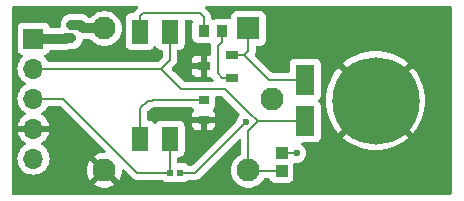
<source format=gbr>
%TF.GenerationSoftware,KiCad,Pcbnew,8.0.7*%
%TF.CreationDate,2025-03-16T23:49:03-07:00*%
%TF.ProjectId,RelaySwitchCompact,52656c61-7953-4776-9974-6368436f6d70,rev?*%
%TF.SameCoordinates,Original*%
%TF.FileFunction,Copper,L2,Bot*%
%TF.FilePolarity,Positive*%
%FSLAX46Y46*%
G04 Gerber Fmt 4.6, Leading zero omitted, Abs format (unit mm)*
G04 Created by KiCad (PCBNEW 8.0.7) date 2025-03-16 23:49:03*
%MOMM*%
%LPD*%
G01*
G04 APERTURE LIST*
G04 Aperture macros list*
%AMRoundRect*
0 Rectangle with rounded corners*
0 $1 Rounding radius*
0 $2 $3 $4 $5 $6 $7 $8 $9 X,Y pos of 4 corners*
0 Add a 4 corners polygon primitive as box body*
4,1,4,$2,$3,$4,$5,$6,$7,$8,$9,$2,$3,0*
0 Add four circle primitives for the rounded corners*
1,1,$1+$1,$2,$3*
1,1,$1+$1,$4,$5*
1,1,$1+$1,$6,$7*
1,1,$1+$1,$8,$9*
0 Add four rect primitives between the rounded corners*
20,1,$1+$1,$2,$3,$4,$5,0*
20,1,$1+$1,$4,$5,$6,$7,0*
20,1,$1+$1,$6,$7,$8,$9,0*
20,1,$1+$1,$8,$9,$2,$3,0*%
G04 Aperture macros list end*
%TA.AperFunction,SMDPad,CuDef*%
%ADD10RoundRect,0.160000X-0.160000X0.222500X-0.160000X-0.222500X0.160000X-0.222500X0.160000X0.222500X0*%
%TD*%
%TA.AperFunction,ComponentPad*%
%ADD11R,1.950000X1.950000*%
%TD*%
%TA.AperFunction,ComponentPad*%
%ADD12C,1.950000*%
%TD*%
%TA.AperFunction,ComponentPad*%
%ADD13R,1.700000X1.700000*%
%TD*%
%TA.AperFunction,ComponentPad*%
%ADD14O,1.700000X1.700000*%
%TD*%
%TA.AperFunction,SMDPad,CuDef*%
%ADD15R,1.000000X0.800000*%
%TD*%
%TA.AperFunction,SMDPad,CuDef*%
%ADD16R,1.630000X2.561400*%
%TD*%
%TA.AperFunction,SMDPad,CuDef*%
%ADD17R,0.560000X0.600000*%
%TD*%
%TA.AperFunction,SMDPad,CuDef*%
%ADD18R,1.020000X1.040000*%
%TD*%
%TA.AperFunction,SMDPad,CuDef*%
%ADD19R,0.940000X1.020000*%
%TD*%
%TA.AperFunction,SMDPad,CuDef*%
%ADD20R,0.930000X0.790000*%
%TD*%
%TA.AperFunction,SMDPad,CuDef*%
%ADD21R,1.440000X2.090000*%
%TD*%
%TA.AperFunction,ComponentPad*%
%ADD22C,7.400000*%
%TD*%
%TA.AperFunction,ViaPad*%
%ADD23C,0.500000*%
%TD*%
%TA.AperFunction,ViaPad*%
%ADD24C,0.600000*%
%TD*%
%TA.AperFunction,Conductor*%
%ADD25C,0.850000*%
%TD*%
%TA.AperFunction,Conductor*%
%ADD26C,0.200000*%
%TD*%
G04 APERTURE END LIST*
D10*
%TO.P,F1,1*%
%TO.N,Net-(F1-Pad1)*%
X155516558Y-97088046D03*
%TO.P,F1,2*%
%TO.N,/RelayIn*%
X155516558Y-98233046D03*
%TD*%
D11*
%TO.P,K1,1*%
%TO.N,Net-(U2-C)*%
X170500000Y-97400000D03*
D12*
%TO.P,K1,2*%
%TO.N,/RelayOut*%
X172500000Y-103400000D03*
%TO.P,K1,3*%
%TO.N,+5V*%
X170500000Y-109400000D03*
%TO.P,K1,4*%
%TO.N,GND*%
X158300000Y-109400000D03*
%TO.P,K1,5*%
%TO.N,Net-(F1-Pad1)*%
X158300000Y-97400000D03*
%TD*%
D13*
%TO.P,J1,1,Pin_1*%
%TO.N,/RelayIn*%
X152300000Y-98260000D03*
D14*
%TO.P,J1,2,Pin_2*%
%TO.N,+5V*%
X152300000Y-100800000D03*
%TO.P,J1,3,Pin_3*%
%TO.N,/GPIO*%
X152300000Y-103340000D03*
%TO.P,J1,4,Pin_4*%
%TO.N,GND*%
X152300000Y-105880000D03*
%TO.P,J1,5,Pin_5*%
%TO.N,/RelayOut*%
X152300000Y-108420000D03*
%TD*%
D15*
%TO.P,U2,1,C*%
%TO.N,Net-(U2-C)*%
X169100000Y-99650000D03*
%TO.P,U2,2,B*%
%TO.N,Net-(U2-B)*%
X169100000Y-101550000D03*
%TO.P,U2,3,E*%
%TO.N,GND*%
X166700000Y-100600000D03*
%TD*%
D16*
%TO.P,D1,1*%
%TO.N,+5V*%
X175300000Y-105268300D03*
%TO.P,D1,2*%
%TO.N,Net-(U2-C)*%
X175300000Y-101731700D03*
%TD*%
D17*
%TO.P,R4,1*%
%TO.N,Net-(LED2-PadA)*%
X164735000Y-109600000D03*
%TO.P,R4,2*%
%TO.N,/GPIO*%
X163865000Y-109600000D03*
%TD*%
D18*
%TO.P,R1,1*%
%TO.N,Net-(LED1-A)*%
X173300000Y-107965000D03*
%TO.P,R1,2*%
%TO.N,+5V*%
X173300000Y-109435000D03*
%TD*%
D19*
%TO.P,R2,1*%
%TO.N,Net-(R2-Pad1)*%
X166710000Y-97600000D03*
%TO.P,R2,2*%
%TO.N,Net-(U2-B)*%
X168290000Y-97600000D03*
%TD*%
D20*
%TO.P,R3,1*%
%TO.N,GND*%
X166700000Y-105120000D03*
%TO.P,R3,2*%
%TO.N,Net-(R3-Pad2)*%
X166700000Y-103480000D03*
%TD*%
D21*
%TO.P,U1,1*%
%TO.N,/GPIO*%
X163870000Y-106740000D03*
%TO.P,U1,2*%
%TO.N,Net-(R3-Pad2)*%
X161330000Y-106740000D03*
%TO.P,U1,3*%
%TO.N,Net-(R2-Pad1)*%
X161330000Y-97660000D03*
%TO.P,U1,4*%
%TO.N,+5V*%
X163870000Y-97660000D03*
%TD*%
D22*
%TO.P,H1,1,1*%
%TO.N,GND*%
X181260000Y-103500000D03*
%TD*%
D23*
%TO.N,GND*%
X165500000Y-99300000D03*
X165500000Y-101200000D03*
X165500000Y-97500000D03*
X165500000Y-107300000D03*
X165500000Y-105100000D03*
X168100000Y-105100000D03*
D24*
%TO.N,Net-(LED1-A)*%
X174600000Y-107965000D03*
%TO.N,Net-(LED2-PadA)*%
X170300000Y-105300000D03*
%TD*%
D25*
%TO.N,/RelayIn*%
X155069454Y-98233046D02*
X155042500Y-98260000D01*
X155042500Y-98260000D02*
X152300000Y-98260000D01*
%TO.N,Net-(F1-Pad1)*%
X156214454Y-97088046D02*
X156526408Y-97400000D01*
X156526408Y-97400000D02*
X158300000Y-97400000D01*
X156214454Y-97088046D02*
X155516558Y-97088046D01*
%TO.N,/RelayIn*%
X155069454Y-98233046D02*
X155516558Y-98233046D01*
D26*
%TO.N,Net-(U2-C)*%
X170150000Y-99650000D02*
X170500000Y-99300000D01*
X170150000Y-99650000D02*
X172231700Y-101731700D01*
X169100000Y-99650000D02*
X170150000Y-99650000D01*
X172231700Y-101731700D02*
X175300000Y-101731700D01*
X170500000Y-99300000D02*
X170500000Y-97400000D01*
%TO.N,/GPIO*%
X163870000Y-106970000D02*
X163865000Y-106975000D01*
X152300000Y-103340000D02*
X154840000Y-103340000D01*
X154840000Y-103340000D02*
X161100000Y-109600000D01*
X161100000Y-109600000D02*
X163865000Y-109600000D01*
X163865000Y-106975000D02*
X163865000Y-109600000D01*
X163870000Y-106740000D02*
X163870000Y-106970000D01*
%TO.N,Net-(U2-B)*%
X168290000Y-97600000D02*
X168290000Y-98510000D01*
X167900000Y-98900000D02*
X167900000Y-101200000D01*
X168250000Y-101550000D02*
X169100000Y-101550000D01*
X168290000Y-98510000D02*
X167900000Y-98900000D01*
X167900000Y-101200000D02*
X168250000Y-101550000D01*
%TO.N,Net-(R3-Pad2)*%
X161330000Y-106740000D02*
X161330000Y-104170000D01*
X162320000Y-103480000D02*
X166700000Y-103480000D01*
X166770000Y-103480000D02*
X166700000Y-103480000D01*
X162300000Y-103500000D02*
X162320000Y-103480000D01*
X162000000Y-103500000D02*
X162300000Y-103500000D01*
X161330000Y-104170000D02*
X162000000Y-103500000D01*
%TO.N,+5V*%
X170500000Y-104500000D02*
X171268300Y-105268300D01*
X170500000Y-106036600D02*
X170500000Y-109400000D01*
X170650000Y-109450000D02*
X170500000Y-109450000D01*
X173300000Y-109435000D02*
X170535000Y-109435000D01*
X171268300Y-105268300D02*
X170500000Y-106036600D01*
X152300000Y-100800000D02*
X163100000Y-100800000D01*
X171268300Y-105268300D02*
X175300000Y-105268300D01*
X170535000Y-109435000D02*
X170500000Y-109400000D01*
X163100000Y-100800000D02*
X164800000Y-102500000D01*
X163100000Y-100800000D02*
X163870000Y-100030000D01*
X168500000Y-102500000D02*
X170500000Y-104500000D01*
X163870000Y-100030000D02*
X163870000Y-97660000D01*
X164800000Y-102500000D02*
X168500000Y-102500000D01*
%TO.N,Net-(LED1-A)*%
X174600000Y-107965000D02*
X173300000Y-107965000D01*
%TO.N,Net-(LED2-PadA)*%
X166000000Y-109600000D02*
X170300000Y-105300000D01*
X164735000Y-109600000D02*
X166000000Y-109600000D01*
%TO.N,Net-(R2-Pad1)*%
X166400000Y-96100000D02*
X166710000Y-96410000D01*
X161600000Y-96100000D02*
X166400000Y-96100000D01*
X161330000Y-97660000D02*
X161330000Y-96370000D01*
X161330000Y-96370000D02*
X161600000Y-96100000D01*
X166710000Y-96410000D02*
X166710000Y-97600000D01*
%TO.N,Net-(F1-Pad1)*%
X157813500Y-96963500D02*
X158300000Y-97450000D01*
%TD*%
%TA.AperFunction,Conductor*%
%TO.N,GND*%
G36*
X161117941Y-95520185D02*
G01*
X161163696Y-95572989D01*
X161173640Y-95642147D01*
X161144615Y-95705703D01*
X161138583Y-95712181D01*
X160849481Y-96001282D01*
X160849477Y-96001287D01*
X160819910Y-96052500D01*
X160769343Y-96100716D01*
X160712524Y-96114500D01*
X160562130Y-96114500D01*
X160562123Y-96114501D01*
X160502516Y-96120908D01*
X160367671Y-96171202D01*
X160367664Y-96171206D01*
X160252455Y-96257452D01*
X160252452Y-96257455D01*
X160166206Y-96372664D01*
X160166202Y-96372671D01*
X160115908Y-96507517D01*
X160109501Y-96567116D01*
X160109500Y-96567135D01*
X160109500Y-98752870D01*
X160109501Y-98752876D01*
X160115908Y-98812483D01*
X160166202Y-98947328D01*
X160166206Y-98947335D01*
X160252452Y-99062544D01*
X160252455Y-99062547D01*
X160367664Y-99148793D01*
X160367671Y-99148797D01*
X160502517Y-99199091D01*
X160502516Y-99199091D01*
X160509444Y-99199835D01*
X160562127Y-99205500D01*
X162097872Y-99205499D01*
X162157483Y-99199091D01*
X162292331Y-99148796D01*
X162407546Y-99062546D01*
X162454743Y-98999499D01*
X162499112Y-98940231D01*
X162501382Y-98941930D01*
X162540565Y-98902743D01*
X162608837Y-98887886D01*
X162674303Y-98912298D01*
X162699443Y-98941311D01*
X162700888Y-98940231D01*
X162792452Y-99062544D01*
X162792455Y-99062547D01*
X162907664Y-99148793D01*
X162907671Y-99148797D01*
X162933810Y-99158546D01*
X163042517Y-99199091D01*
X163102127Y-99205500D01*
X163145499Y-99205499D01*
X163212537Y-99225182D01*
X163258293Y-99277985D01*
X163269500Y-99329499D01*
X163269500Y-99729903D01*
X163249815Y-99796942D01*
X163233181Y-99817584D01*
X162887584Y-100163181D01*
X162826261Y-100196666D01*
X162799903Y-100199500D01*
X153589091Y-100199500D01*
X153522052Y-100179815D01*
X153476711Y-100127909D01*
X153474037Y-100122175D01*
X153474034Y-100122170D01*
X153474033Y-100122169D01*
X153338495Y-99928599D01*
X153216567Y-99806671D01*
X153183084Y-99745351D01*
X153188068Y-99675659D01*
X153229939Y-99619725D01*
X153260915Y-99602810D01*
X153392331Y-99553796D01*
X153507546Y-99467546D01*
X153593796Y-99352331D01*
X153607651Y-99315185D01*
X153625934Y-99266166D01*
X153667806Y-99210233D01*
X153733270Y-99185816D01*
X153742116Y-99185500D01*
X155133656Y-99185500D01*
X155257178Y-99160929D01*
X155281370Y-99158546D01*
X155607714Y-99158546D01*
X155728003Y-99134618D01*
X155786516Y-99122979D01*
X155877565Y-99085264D01*
X155888094Y-99081452D01*
X155949627Y-99062279D01*
X156070748Y-98989059D01*
X156086887Y-98979303D01*
X156086888Y-98979302D01*
X156086887Y-98979302D01*
X156086893Y-98979299D01*
X156200311Y-98865881D01*
X156204343Y-98859210D01*
X156222775Y-98835682D01*
X156235441Y-98823018D01*
X156235446Y-98823011D01*
X156336724Y-98671437D01*
X156336726Y-98671433D01*
X156385452Y-98553796D01*
X156406491Y-98503004D01*
X156414849Y-98460981D01*
X156421946Y-98425310D01*
X156454331Y-98363399D01*
X156515047Y-98328824D01*
X156543563Y-98325501D01*
X156623676Y-98325501D01*
X156623696Y-98325500D01*
X157092083Y-98325500D01*
X157159122Y-98345185D01*
X157183312Y-98365517D01*
X157297242Y-98489277D01*
X157297252Y-98489286D01*
X157490208Y-98639470D01*
X157490212Y-98639473D01*
X157662197Y-98732547D01*
X157705267Y-98755855D01*
X157705270Y-98755856D01*
X157936541Y-98835251D01*
X157936543Y-98835251D01*
X157936545Y-98835252D01*
X158177737Y-98875500D01*
X158177738Y-98875500D01*
X158422262Y-98875500D01*
X158422263Y-98875500D01*
X158663455Y-98835252D01*
X158894733Y-98755855D01*
X159109788Y-98639473D01*
X159302754Y-98489281D01*
X159468368Y-98309377D01*
X159602111Y-98104667D01*
X159700336Y-97880736D01*
X159760364Y-97643692D01*
X159780557Y-97400000D01*
X159777419Y-97362135D01*
X159760365Y-97156316D01*
X159760363Y-97156304D01*
X159731449Y-97042127D01*
X159700336Y-96919264D01*
X159602111Y-96695333D01*
X159542763Y-96604493D01*
X159468367Y-96490621D01*
X159302757Y-96310722D01*
X159302747Y-96310713D01*
X159109791Y-96160529D01*
X159109787Y-96160526D01*
X158894734Y-96044145D01*
X158894729Y-96044143D01*
X158663458Y-95964748D01*
X158452094Y-95929478D01*
X158422263Y-95924500D01*
X158177737Y-95924500D01*
X158147906Y-95929478D01*
X157936541Y-95964748D01*
X157705270Y-96044143D01*
X157705265Y-96044145D01*
X157490212Y-96160526D01*
X157490208Y-96160529D01*
X157297252Y-96310713D01*
X157297242Y-96310722D01*
X157183312Y-96434483D01*
X157123425Y-96470474D01*
X157092083Y-96474500D01*
X156961125Y-96474500D01*
X156894086Y-96454815D01*
X156873448Y-96438185D01*
X156804426Y-96369163D01*
X156804425Y-96369162D01*
X156804423Y-96369160D01*
X156804421Y-96369159D01*
X156652845Y-96267879D01*
X156652841Y-96267877D01*
X156484416Y-96198114D01*
X156484406Y-96198111D01*
X156305610Y-96162546D01*
X156305608Y-96162546D01*
X155425404Y-96162546D01*
X155425402Y-96162546D01*
X155246601Y-96198112D01*
X155246594Y-96198114D01*
X155155560Y-96235820D01*
X155145003Y-96239643D01*
X155083489Y-96258812D01*
X155083487Y-96258813D01*
X154946228Y-96341788D01*
X154946223Y-96341792D01*
X154832807Y-96455208D01*
X154832803Y-96455213D01*
X154828770Y-96461885D01*
X154810341Y-96485406D01*
X154805880Y-96489867D01*
X154797674Y-96498074D01*
X154797674Y-96498075D01*
X154696389Y-96649659D01*
X154626626Y-96818083D01*
X154626623Y-96818093D01*
X154591058Y-96996889D01*
X154591058Y-96996892D01*
X154591058Y-97179200D01*
X154591058Y-97179202D01*
X154591057Y-97179202D01*
X154592472Y-97186312D01*
X154586243Y-97255904D01*
X154543378Y-97311080D01*
X154477488Y-97334322D01*
X154470854Y-97334500D01*
X153742115Y-97334500D01*
X153675076Y-97314815D01*
X153629321Y-97262011D01*
X153625933Y-97253833D01*
X153593797Y-97167671D01*
X153593793Y-97167664D01*
X153507547Y-97052455D01*
X153507544Y-97052452D01*
X153392335Y-96966206D01*
X153392328Y-96966202D01*
X153257482Y-96915908D01*
X153257483Y-96915908D01*
X153197883Y-96909501D01*
X153197881Y-96909500D01*
X153197873Y-96909500D01*
X153197864Y-96909500D01*
X151402129Y-96909500D01*
X151402123Y-96909501D01*
X151342516Y-96915908D01*
X151207671Y-96966202D01*
X151207664Y-96966206D01*
X151092455Y-97052452D01*
X151092452Y-97052455D01*
X151006206Y-97167664D01*
X151006202Y-97167671D01*
X150955908Y-97302517D01*
X150949501Y-97362116D01*
X150949500Y-97362135D01*
X150949500Y-99157870D01*
X150949501Y-99157876D01*
X150955908Y-99217483D01*
X151006202Y-99352328D01*
X151006206Y-99352335D01*
X151092452Y-99467544D01*
X151092455Y-99467547D01*
X151207664Y-99553793D01*
X151207671Y-99553797D01*
X151339081Y-99602810D01*
X151395015Y-99644681D01*
X151419432Y-99710145D01*
X151404580Y-99778418D01*
X151383430Y-99806673D01*
X151261503Y-99928600D01*
X151125965Y-100122169D01*
X151125964Y-100122171D01*
X151026098Y-100336335D01*
X151026094Y-100336344D01*
X150964938Y-100564586D01*
X150964936Y-100564596D01*
X150944341Y-100799999D01*
X150944341Y-100800000D01*
X150964936Y-101035403D01*
X150964938Y-101035413D01*
X151026094Y-101263655D01*
X151026096Y-101263659D01*
X151026097Y-101263663D01*
X151098839Y-101419658D01*
X151125965Y-101477830D01*
X151125967Y-101477834D01*
X151261501Y-101671395D01*
X151261506Y-101671402D01*
X151428597Y-101838493D01*
X151428603Y-101838498D01*
X151614158Y-101968425D01*
X151657783Y-102023002D01*
X151664977Y-102092500D01*
X151633454Y-102154855D01*
X151614158Y-102171575D01*
X151428597Y-102301505D01*
X151261505Y-102468597D01*
X151125965Y-102662169D01*
X151125964Y-102662171D01*
X151026098Y-102876335D01*
X151026094Y-102876344D01*
X150964938Y-103104586D01*
X150964936Y-103104596D01*
X150944341Y-103339999D01*
X150944341Y-103340000D01*
X150964936Y-103575403D01*
X150964938Y-103575413D01*
X151026094Y-103803655D01*
X151026096Y-103803659D01*
X151026097Y-103803663D01*
X151098839Y-103959658D01*
X151125965Y-104017830D01*
X151125967Y-104017834D01*
X151261501Y-104211395D01*
X151261506Y-104211402D01*
X151428597Y-104378493D01*
X151428603Y-104378498D01*
X151486068Y-104418735D01*
X151577720Y-104482911D01*
X151614594Y-104508730D01*
X151658219Y-104563307D01*
X151665413Y-104632805D01*
X151633890Y-104695160D01*
X151614595Y-104711880D01*
X151428922Y-104841890D01*
X151428920Y-104841891D01*
X151261891Y-105008920D01*
X151261886Y-105008926D01*
X151126400Y-105202420D01*
X151126399Y-105202422D01*
X151026570Y-105416507D01*
X151026567Y-105416513D01*
X150969364Y-105629999D01*
X150969364Y-105630000D01*
X151866988Y-105630000D01*
X151834075Y-105687007D01*
X151800000Y-105814174D01*
X151800000Y-105945826D01*
X151834075Y-106072993D01*
X151866988Y-106130000D01*
X150969364Y-106130000D01*
X151026567Y-106343486D01*
X151026570Y-106343492D01*
X151126399Y-106557578D01*
X151261894Y-106751082D01*
X151428917Y-106918105D01*
X151614595Y-107048119D01*
X151658219Y-107102696D01*
X151665412Y-107172195D01*
X151633890Y-107234549D01*
X151614595Y-107251269D01*
X151428594Y-107381508D01*
X151261505Y-107548597D01*
X151125965Y-107742169D01*
X151125964Y-107742171D01*
X151026098Y-107956335D01*
X151026094Y-107956344D01*
X150964938Y-108184586D01*
X150964936Y-108184596D01*
X150944341Y-108419999D01*
X150944341Y-108420000D01*
X150964936Y-108655403D01*
X150964938Y-108655413D01*
X151026094Y-108883655D01*
X151026096Y-108883659D01*
X151026097Y-108883663D01*
X151080113Y-108999500D01*
X151125965Y-109097830D01*
X151125967Y-109097834D01*
X151204789Y-109210402D01*
X151261505Y-109291401D01*
X151428599Y-109458495D01*
X151525384Y-109526265D01*
X151622165Y-109594032D01*
X151622167Y-109594033D01*
X151622170Y-109594035D01*
X151836337Y-109693903D01*
X152064592Y-109755063D01*
X152252918Y-109771539D01*
X152299999Y-109775659D01*
X152300000Y-109775659D01*
X152300001Y-109775659D01*
X152339234Y-109772226D01*
X152535408Y-109755063D01*
X152763663Y-109693903D01*
X152977830Y-109594035D01*
X153171401Y-109458495D01*
X153338495Y-109291401D01*
X153474035Y-109097830D01*
X153573903Y-108883663D01*
X153635063Y-108655408D01*
X153655659Y-108420000D01*
X153635063Y-108184592D01*
X153573903Y-107956337D01*
X153474035Y-107742171D01*
X153433874Y-107684814D01*
X153338494Y-107548597D01*
X153171402Y-107381506D01*
X153171401Y-107381505D01*
X152985405Y-107251269D01*
X152941781Y-107196692D01*
X152934588Y-107127193D01*
X152966110Y-107064839D01*
X152985405Y-107048119D01*
X153171082Y-106918105D01*
X153338105Y-106751082D01*
X153473600Y-106557578D01*
X153573429Y-106343492D01*
X153573432Y-106343486D01*
X153630636Y-106130000D01*
X152733012Y-106130000D01*
X152765925Y-106072993D01*
X152800000Y-105945826D01*
X152800000Y-105814174D01*
X152765925Y-105687007D01*
X152733012Y-105630000D01*
X153630636Y-105630000D01*
X153630635Y-105629999D01*
X153573432Y-105416513D01*
X153573429Y-105416507D01*
X153473600Y-105202422D01*
X153473599Y-105202420D01*
X153338113Y-105008926D01*
X153338108Y-105008920D01*
X153171078Y-104841890D01*
X152985405Y-104711879D01*
X152941780Y-104657302D01*
X152934588Y-104587804D01*
X152966110Y-104525449D01*
X152985406Y-104508730D01*
X153013182Y-104489281D01*
X153171401Y-104378495D01*
X153338495Y-104211401D01*
X153474035Y-104017830D01*
X153476707Y-104012097D01*
X153522878Y-103959658D01*
X153589091Y-103940500D01*
X154539903Y-103940500D01*
X154606942Y-103960185D01*
X154627584Y-103976819D01*
X158364084Y-107713319D01*
X158397569Y-107774642D01*
X158392585Y-107844334D01*
X158350713Y-107900267D01*
X158285249Y-107924684D01*
X158276403Y-107925000D01*
X158177779Y-107925000D01*
X157936664Y-107965234D01*
X157705476Y-108044602D01*
X157705468Y-108044605D01*
X157490484Y-108160949D01*
X157490478Y-108160953D01*
X157447758Y-108194203D01*
X157447758Y-108194205D01*
X158052511Y-108798958D01*
X157992110Y-108823978D01*
X157885649Y-108895112D01*
X157795112Y-108985649D01*
X157723978Y-109092110D01*
X157698958Y-109152511D01*
X157094626Y-108548178D01*
X156998329Y-108695572D01*
X156900138Y-108919426D01*
X156840130Y-109156394D01*
X156819945Y-109399994D01*
X156819945Y-109400005D01*
X156840130Y-109643605D01*
X156900138Y-109880573D01*
X156998328Y-110104424D01*
X157094626Y-110251820D01*
X157698958Y-109647488D01*
X157723978Y-109707890D01*
X157795112Y-109814351D01*
X157885649Y-109904888D01*
X157992110Y-109976022D01*
X158052510Y-110001041D01*
X157447757Y-110605793D01*
X157447758Y-110605794D01*
X157490485Y-110639050D01*
X157490485Y-110639051D01*
X157705468Y-110755394D01*
X157705476Y-110755397D01*
X157936664Y-110834765D01*
X158177779Y-110875000D01*
X158422221Y-110875000D01*
X158663335Y-110834765D01*
X158894523Y-110755397D01*
X158894531Y-110755394D01*
X159109515Y-110639050D01*
X159109516Y-110639048D01*
X159152240Y-110605794D01*
X159152241Y-110605793D01*
X158547488Y-110001041D01*
X158607890Y-109976022D01*
X158714351Y-109904888D01*
X158804888Y-109814351D01*
X158876022Y-109707890D01*
X158901041Y-109647488D01*
X159505372Y-110251820D01*
X159601669Y-110104429D01*
X159699861Y-109880573D01*
X159759868Y-109643611D01*
X159778677Y-109416612D01*
X159803831Y-109351427D01*
X159860232Y-109310188D01*
X159929976Y-109305990D01*
X159989935Y-109339170D01*
X160615139Y-109964374D01*
X160615149Y-109964385D01*
X160619479Y-109968715D01*
X160619480Y-109968716D01*
X160731284Y-110080520D01*
X160773109Y-110104667D01*
X160818095Y-110130639D01*
X160818097Y-110130641D01*
X160856151Y-110152611D01*
X160868215Y-110159577D01*
X161020943Y-110200501D01*
X161020946Y-110200501D01*
X161186653Y-110200501D01*
X161186669Y-110200500D01*
X163122680Y-110200500D01*
X163189719Y-110220185D01*
X163221948Y-110250191D01*
X163227454Y-110257546D01*
X163227457Y-110257548D01*
X163342664Y-110343793D01*
X163342671Y-110343797D01*
X163387618Y-110360561D01*
X163477517Y-110394091D01*
X163537127Y-110400500D01*
X164192872Y-110400499D01*
X164252483Y-110394091D01*
X164256663Y-110392531D01*
X164326352Y-110387545D01*
X164343323Y-110392526D01*
X164347517Y-110394091D01*
X164407127Y-110400500D01*
X165062872Y-110400499D01*
X165122483Y-110394091D01*
X165257331Y-110343796D01*
X165372546Y-110257546D01*
X165378052Y-110250191D01*
X165433985Y-110208319D01*
X165477320Y-110200500D01*
X165913331Y-110200500D01*
X165913347Y-110200501D01*
X165920943Y-110200501D01*
X166079054Y-110200501D01*
X166079057Y-110200501D01*
X166231785Y-110159577D01*
X166281904Y-110130639D01*
X166368716Y-110080520D01*
X166480520Y-109968716D01*
X166480520Y-109968714D01*
X166490728Y-109958507D01*
X166490729Y-109958504D01*
X169687821Y-106761413D01*
X169749142Y-106727930D01*
X169818834Y-106732914D01*
X169874767Y-106774786D01*
X169899184Y-106840250D01*
X169899500Y-106849096D01*
X169899500Y-107973376D01*
X169879815Y-108040415D01*
X169834519Y-108082430D01*
X169690217Y-108160523D01*
X169690208Y-108160529D01*
X169497252Y-108310713D01*
X169497242Y-108310722D01*
X169331632Y-108490621D01*
X169197888Y-108695333D01*
X169099663Y-108919265D01*
X169039636Y-109156304D01*
X169039634Y-109156316D01*
X169019443Y-109399994D01*
X169019443Y-109400005D01*
X169039634Y-109643683D01*
X169039636Y-109643695D01*
X169099663Y-109880734D01*
X169197888Y-110104666D01*
X169331632Y-110309378D01*
X169497242Y-110489277D01*
X169497252Y-110489286D01*
X169689670Y-110639051D01*
X169690212Y-110639473D01*
X169905267Y-110755855D01*
X169905270Y-110755856D01*
X170136541Y-110835251D01*
X170136543Y-110835251D01*
X170136545Y-110835252D01*
X170377737Y-110875500D01*
X170377738Y-110875500D01*
X170622262Y-110875500D01*
X170622263Y-110875500D01*
X170863455Y-110835252D01*
X171094733Y-110755855D01*
X171309788Y-110639473D01*
X171502754Y-110489281D01*
X171668368Y-110309377D01*
X171802111Y-110104667D01*
X171802112Y-110104662D01*
X171804373Y-110100487D01*
X171853590Y-110050895D01*
X171913430Y-110035500D01*
X172199750Y-110035500D01*
X172266789Y-110055185D01*
X172312544Y-110107989D01*
X172315932Y-110116168D01*
X172346201Y-110197326D01*
X172346206Y-110197335D01*
X172432452Y-110312544D01*
X172432455Y-110312547D01*
X172547664Y-110398793D01*
X172547671Y-110398797D01*
X172682517Y-110449091D01*
X172682516Y-110449091D01*
X172689444Y-110449835D01*
X172742127Y-110455500D01*
X173857872Y-110455499D01*
X173917483Y-110449091D01*
X174052331Y-110398796D01*
X174167546Y-110312546D01*
X174253796Y-110197331D01*
X174304091Y-110062483D01*
X174310500Y-110002873D01*
X174310499Y-108876701D01*
X174330184Y-108809663D01*
X174382987Y-108763908D01*
X174448383Y-108753482D01*
X174599997Y-108770565D01*
X174600000Y-108770565D01*
X174600004Y-108770565D01*
X174779249Y-108750369D01*
X174779252Y-108750368D01*
X174779255Y-108750368D01*
X174949522Y-108690789D01*
X175102262Y-108594816D01*
X175229816Y-108467262D01*
X175325789Y-108314522D01*
X175385368Y-108144255D01*
X175385369Y-108144249D01*
X175405565Y-107965003D01*
X175405565Y-107964996D01*
X175385369Y-107785750D01*
X175385368Y-107785745D01*
X175325788Y-107615476D01*
X175229815Y-107462737D01*
X175102262Y-107335184D01*
X175012039Y-107278493D01*
X174965748Y-107226158D01*
X174955100Y-107157104D01*
X174983475Y-107093256D01*
X175041865Y-107054884D01*
X175078006Y-107049499D01*
X176162872Y-107049499D01*
X176222483Y-107043091D01*
X176357331Y-106992796D01*
X176472546Y-106906546D01*
X176558796Y-106791331D01*
X176609091Y-106656483D01*
X176615500Y-106596873D01*
X176615499Y-103939728D01*
X176609091Y-103880117D01*
X176599183Y-103853553D01*
X176558797Y-103745271D01*
X176558793Y-103745264D01*
X176507123Y-103676243D01*
X176472546Y-103630054D01*
X176431417Y-103599265D01*
X176389548Y-103543333D01*
X176386449Y-103500000D01*
X177054935Y-103500000D01*
X177075185Y-103912176D01*
X177135735Y-104320373D01*
X177236007Y-104720676D01*
X177375019Y-105109189D01*
X177375027Y-105109209D01*
X177551466Y-105482257D01*
X177763614Y-105836206D01*
X178009441Y-106167664D01*
X178118478Y-106287967D01*
X179787060Y-104619384D01*
X179866112Y-104722407D01*
X180037593Y-104893888D01*
X180140613Y-104972938D01*
X178472031Y-106641520D01*
X178592335Y-106750558D01*
X178923793Y-106996385D01*
X179277742Y-107208533D01*
X179650790Y-107384972D01*
X179650810Y-107384980D01*
X180039323Y-107523992D01*
X180439626Y-107624264D01*
X180847823Y-107684814D01*
X181260000Y-107705064D01*
X181672176Y-107684814D01*
X182080373Y-107624264D01*
X182480676Y-107523992D01*
X182869189Y-107384980D01*
X182869209Y-107384972D01*
X183242257Y-107208533D01*
X183596206Y-106996385D01*
X183927670Y-106750554D01*
X184047967Y-106641521D01*
X184047967Y-106641519D01*
X182379385Y-104972938D01*
X182482407Y-104893888D01*
X182653888Y-104722407D01*
X182732938Y-104619385D01*
X184401519Y-106287967D01*
X184401521Y-106287967D01*
X184510554Y-106167670D01*
X184756385Y-105836206D01*
X184968533Y-105482257D01*
X185144972Y-105109209D01*
X185144980Y-105109189D01*
X185283992Y-104720676D01*
X185384264Y-104320373D01*
X185444814Y-103912176D01*
X185465064Y-103500000D01*
X185444814Y-103087823D01*
X185384264Y-102679626D01*
X185283992Y-102279323D01*
X185144980Y-101890810D01*
X185144972Y-101890790D01*
X184968533Y-101517742D01*
X184756385Y-101163793D01*
X184510558Y-100832335D01*
X184401520Y-100712031D01*
X182732938Y-102380613D01*
X182653888Y-102277593D01*
X182482407Y-102106112D01*
X182379384Y-102027060D01*
X184047967Y-100358478D01*
X183927664Y-100249441D01*
X183596206Y-100003614D01*
X183242257Y-99791466D01*
X182869209Y-99615027D01*
X182869189Y-99615019D01*
X182480676Y-99476007D01*
X182080373Y-99375735D01*
X181672176Y-99315185D01*
X181260000Y-99294935D01*
X180847823Y-99315185D01*
X180439626Y-99375735D01*
X180039323Y-99476007D01*
X179650810Y-99615019D01*
X179650790Y-99615027D01*
X179277742Y-99791466D01*
X178923793Y-100003614D01*
X178592329Y-100249445D01*
X178472031Y-100358477D01*
X178472031Y-100358478D01*
X180140614Y-102027061D01*
X180037593Y-102106112D01*
X179866112Y-102277593D01*
X179787061Y-102380614D01*
X178118478Y-100712031D01*
X178118477Y-100712031D01*
X178009445Y-100832329D01*
X177763614Y-101163793D01*
X177551466Y-101517742D01*
X177375027Y-101890790D01*
X177375019Y-101890810D01*
X177236007Y-102279323D01*
X177135735Y-102679626D01*
X177075185Y-103087823D01*
X177054935Y-103500000D01*
X176386449Y-103500000D01*
X176384564Y-103473641D01*
X176418049Y-103412318D01*
X176431413Y-103400738D01*
X176472546Y-103369946D01*
X176558796Y-103254731D01*
X176609091Y-103119883D01*
X176615500Y-103060273D01*
X176615499Y-100403128D01*
X176609091Y-100343517D01*
X176606412Y-100336335D01*
X176558797Y-100208671D01*
X176558793Y-100208664D01*
X176472547Y-100093455D01*
X176472544Y-100093452D01*
X176357335Y-100007206D01*
X176357328Y-100007202D01*
X176222482Y-99956908D01*
X176222483Y-99956908D01*
X176162883Y-99950501D01*
X176162881Y-99950500D01*
X176162873Y-99950500D01*
X176162864Y-99950500D01*
X174437129Y-99950500D01*
X174437123Y-99950501D01*
X174377516Y-99956908D01*
X174242671Y-100007202D01*
X174242664Y-100007206D01*
X174127455Y-100093452D01*
X174127452Y-100093455D01*
X174041206Y-100208664D01*
X174041202Y-100208671D01*
X173990908Y-100343517D01*
X173989300Y-100358478D01*
X173984501Y-100403123D01*
X173984500Y-100403135D01*
X173984500Y-101007200D01*
X173964815Y-101074239D01*
X173912011Y-101119994D01*
X173860500Y-101131200D01*
X172531797Y-101131200D01*
X172464758Y-101111515D01*
X172444116Y-101094881D01*
X171061500Y-99712265D01*
X171028015Y-99650942D01*
X171032999Y-99581250D01*
X171041789Y-99562592D01*
X171059577Y-99531784D01*
X171100501Y-99379057D01*
X171100501Y-99220942D01*
X171100501Y-99213347D01*
X171100500Y-99213329D01*
X171100500Y-98999499D01*
X171120185Y-98932460D01*
X171172989Y-98886705D01*
X171224500Y-98875499D01*
X171522871Y-98875499D01*
X171522872Y-98875499D01*
X171582483Y-98869091D01*
X171717331Y-98818796D01*
X171832546Y-98732546D01*
X171918796Y-98617331D01*
X171969091Y-98482483D01*
X171975500Y-98422873D01*
X171975499Y-96377128D01*
X171969091Y-96317517D01*
X171966553Y-96310713D01*
X171918797Y-96182671D01*
X171918793Y-96182664D01*
X171832547Y-96067455D01*
X171832544Y-96067452D01*
X171717335Y-95981206D01*
X171717328Y-95981202D01*
X171582482Y-95930908D01*
X171582483Y-95930908D01*
X171522883Y-95924501D01*
X171522881Y-95924500D01*
X171522873Y-95924500D01*
X171522864Y-95924500D01*
X169477129Y-95924500D01*
X169477123Y-95924501D01*
X169417516Y-95930908D01*
X169282671Y-95981202D01*
X169282664Y-95981206D01*
X169167455Y-96067452D01*
X169167452Y-96067455D01*
X169081206Y-96182664D01*
X169081202Y-96182671D01*
X169030908Y-96317517D01*
X169025356Y-96369163D01*
X169024501Y-96377123D01*
X169024500Y-96377135D01*
X169024500Y-96476295D01*
X169004815Y-96543334D01*
X168952011Y-96589089D01*
X168882853Y-96599033D01*
X168871995Y-96596974D01*
X168867486Y-96595909D01*
X168807883Y-96589501D01*
X168807881Y-96589500D01*
X168807873Y-96589500D01*
X168807864Y-96589500D01*
X167772129Y-96589500D01*
X167772123Y-96589501D01*
X167712516Y-96595908D01*
X167577671Y-96646202D01*
X167577667Y-96646204D01*
X167574306Y-96648721D01*
X167570375Y-96650186D01*
X167569886Y-96650454D01*
X167569847Y-96650383D01*
X167508840Y-96673134D01*
X167440568Y-96658279D01*
X167425694Y-96648721D01*
X167422332Y-96646205D01*
X167422331Y-96646204D01*
X167400202Y-96637950D01*
X167391164Y-96634579D01*
X167335231Y-96592706D01*
X167310816Y-96527241D01*
X167310500Y-96518398D01*
X167310500Y-96330946D01*
X167310500Y-96330943D01*
X167288678Y-96249500D01*
X167269577Y-96178215D01*
X167232791Y-96114500D01*
X167190520Y-96041284D01*
X167078716Y-95929480D01*
X167078715Y-95929479D01*
X167074385Y-95925149D01*
X167074374Y-95925139D01*
X166887590Y-95738355D01*
X166887588Y-95738352D01*
X166861417Y-95712181D01*
X166827932Y-95650858D01*
X166832916Y-95581166D01*
X166874788Y-95525233D01*
X166940252Y-95500816D01*
X166949098Y-95500500D01*
X177134108Y-95500500D01*
X183934108Y-95500500D01*
X187584998Y-95500500D01*
X187652037Y-95520185D01*
X187697792Y-95572989D01*
X187708997Y-95624495D01*
X187709239Y-103504966D01*
X187709481Y-111375496D01*
X187689798Y-111442536D01*
X187636996Y-111488293D01*
X187585481Y-111499500D01*
X150624500Y-111499500D01*
X150557461Y-111479815D01*
X150511706Y-111427011D01*
X150500500Y-111375500D01*
X150500500Y-95624500D01*
X150520185Y-95557461D01*
X150572989Y-95511706D01*
X150624500Y-95500500D01*
X161050902Y-95500500D01*
X161117941Y-95520185D01*
G37*
%TD.AperFunction*%
%TA.AperFunction,Conductor*%
G36*
X168266942Y-103120185D02*
G01*
X168287584Y-103136819D01*
X169721662Y-104570897D01*
X169755147Y-104632220D01*
X169750163Y-104701912D01*
X169721663Y-104746258D01*
X169670184Y-104797737D01*
X169574210Y-104950478D01*
X169514630Y-105120750D01*
X169504837Y-105207668D01*
X169477770Y-105272082D01*
X169469298Y-105281465D01*
X165787584Y-108963181D01*
X165726261Y-108996666D01*
X165699903Y-108999500D01*
X165477320Y-108999500D01*
X165410281Y-108979815D01*
X165378052Y-108949809D01*
X165372548Y-108942457D01*
X165372546Y-108942454D01*
X165371574Y-108941726D01*
X165257335Y-108856206D01*
X165257328Y-108856202D01*
X165122482Y-108805908D01*
X165122483Y-108805908D01*
X165062883Y-108799501D01*
X165062881Y-108799500D01*
X165062873Y-108799500D01*
X165062865Y-108799500D01*
X164589500Y-108799500D01*
X164522461Y-108779815D01*
X164476706Y-108727011D01*
X164465500Y-108675500D01*
X164465500Y-108409499D01*
X164485185Y-108342460D01*
X164537989Y-108296705D01*
X164589500Y-108285499D01*
X164637871Y-108285499D01*
X164637872Y-108285499D01*
X164697483Y-108279091D01*
X164832331Y-108228796D01*
X164947546Y-108142546D01*
X165033796Y-108027331D01*
X165084091Y-107892483D01*
X165090500Y-107832873D01*
X165090499Y-105647128D01*
X165084091Y-105587517D01*
X165074888Y-105562844D01*
X165735000Y-105562844D01*
X165741401Y-105622372D01*
X165741403Y-105622379D01*
X165791645Y-105757086D01*
X165791649Y-105757093D01*
X165877809Y-105872187D01*
X165877812Y-105872190D01*
X165992906Y-105958350D01*
X165992913Y-105958354D01*
X166127620Y-106008596D01*
X166127627Y-106008598D01*
X166187155Y-106014999D01*
X166187172Y-106015000D01*
X166450000Y-106015000D01*
X166950000Y-106015000D01*
X167212828Y-106015000D01*
X167212844Y-106014999D01*
X167272372Y-106008598D01*
X167272379Y-106008596D01*
X167407086Y-105958354D01*
X167407093Y-105958350D01*
X167522187Y-105872190D01*
X167522190Y-105872187D01*
X167608350Y-105757093D01*
X167608354Y-105757086D01*
X167658596Y-105622379D01*
X167658598Y-105622372D01*
X167664999Y-105562844D01*
X167665000Y-105562827D01*
X167665000Y-105370000D01*
X166950000Y-105370000D01*
X166950000Y-106015000D01*
X166450000Y-106015000D01*
X166450000Y-105370000D01*
X165735000Y-105370000D01*
X165735000Y-105562844D01*
X165074888Y-105562844D01*
X165074882Y-105562827D01*
X165033797Y-105452671D01*
X165033793Y-105452664D01*
X164947547Y-105337455D01*
X164947544Y-105337452D01*
X164832335Y-105251206D01*
X164832328Y-105251202D01*
X164697482Y-105200908D01*
X164697483Y-105200908D01*
X164637883Y-105194501D01*
X164637881Y-105194500D01*
X164637873Y-105194500D01*
X164637864Y-105194500D01*
X163102129Y-105194500D01*
X163102123Y-105194501D01*
X163042516Y-105200908D01*
X162907671Y-105251202D01*
X162907664Y-105251206D01*
X162792455Y-105337452D01*
X162792452Y-105337455D01*
X162700888Y-105459769D01*
X162698618Y-105458070D01*
X162659420Y-105497264D01*
X162591146Y-105512111D01*
X162525683Y-105487690D01*
X162500554Y-105458689D01*
X162499112Y-105459769D01*
X162407547Y-105337455D01*
X162407544Y-105337452D01*
X162292335Y-105251206D01*
X162292328Y-105251202D01*
X162157482Y-105200908D01*
X162157483Y-105200908D01*
X162097883Y-105194501D01*
X162097881Y-105194500D01*
X162097873Y-105194500D01*
X162097865Y-105194500D01*
X162054500Y-105194500D01*
X161987461Y-105174815D01*
X161941706Y-105122011D01*
X161930500Y-105070500D01*
X161930500Y-104470097D01*
X161950185Y-104403058D01*
X161966819Y-104382416D01*
X162212415Y-104136820D01*
X162273738Y-104103335D01*
X162300096Y-104100501D01*
X162379055Y-104100501D01*
X162379057Y-104100501D01*
X162429817Y-104086899D01*
X162437934Y-104084725D01*
X162470027Y-104080500D01*
X165701563Y-104080500D01*
X165768602Y-104100185D01*
X165800828Y-104130187D01*
X165872633Y-104226106D01*
X165897050Y-104291569D01*
X165882199Y-104359842D01*
X165872633Y-104374727D01*
X165791647Y-104482910D01*
X165791645Y-104482913D01*
X165741403Y-104617620D01*
X165741401Y-104617627D01*
X165735000Y-104677155D01*
X165735000Y-104870000D01*
X167665000Y-104870000D01*
X167665000Y-104677172D01*
X167664999Y-104677155D01*
X167658598Y-104617627D01*
X167658596Y-104617620D01*
X167608354Y-104482913D01*
X167608353Y-104482911D01*
X167527366Y-104374727D01*
X167502949Y-104309263D01*
X167517800Y-104240990D01*
X167527357Y-104226118D01*
X167608796Y-104117331D01*
X167659091Y-103982483D01*
X167665500Y-103922873D01*
X167665499Y-103224499D01*
X167685183Y-103157461D01*
X167737987Y-103111706D01*
X167789499Y-103100500D01*
X168199903Y-103100500D01*
X168266942Y-103120185D01*
G37*
%TD.AperFunction*%
%TA.AperFunction,Conductor*%
G36*
X165739540Y-96720185D02*
G01*
X165785295Y-96772989D01*
X165795239Y-96842147D01*
X165788683Y-96867833D01*
X165745908Y-96982517D01*
X165739501Y-97042116D01*
X165739500Y-97042135D01*
X165739500Y-98157870D01*
X165739501Y-98157876D01*
X165745908Y-98217483D01*
X165796202Y-98352328D01*
X165796206Y-98352335D01*
X165882452Y-98467544D01*
X165882455Y-98467547D01*
X165997664Y-98553793D01*
X165997671Y-98553797D01*
X166132517Y-98604091D01*
X166132516Y-98604091D01*
X166139444Y-98604835D01*
X166192127Y-98610500D01*
X167194287Y-98610499D01*
X167261326Y-98630183D01*
X167307081Y-98682987D01*
X167317025Y-98752146D01*
X167314062Y-98766591D01*
X167299499Y-98820940D01*
X167299499Y-98989046D01*
X167299500Y-98989059D01*
X167299500Y-99576000D01*
X167279815Y-99643039D01*
X167227011Y-99688794D01*
X167175500Y-99700000D01*
X166950000Y-99700000D01*
X166950000Y-101500000D01*
X167247828Y-101500000D01*
X167247836Y-101499999D01*
X167291815Y-101495270D01*
X167360575Y-101507673D01*
X167411714Y-101555282D01*
X167412462Y-101556560D01*
X167419479Y-101568715D01*
X167538583Y-101687819D01*
X167572068Y-101749142D01*
X167567084Y-101818834D01*
X167525212Y-101874767D01*
X167459748Y-101899184D01*
X167450902Y-101899500D01*
X165100097Y-101899500D01*
X165033058Y-101879815D01*
X165012416Y-101863181D01*
X164197079Y-101047844D01*
X165700000Y-101047844D01*
X165706401Y-101107372D01*
X165706403Y-101107379D01*
X165756645Y-101242086D01*
X165756649Y-101242093D01*
X165842809Y-101357187D01*
X165842812Y-101357190D01*
X165957906Y-101443350D01*
X165957913Y-101443354D01*
X166092620Y-101493596D01*
X166092627Y-101493598D01*
X166152155Y-101499999D01*
X166152172Y-101500000D01*
X166450000Y-101500000D01*
X166450000Y-100850000D01*
X165700000Y-100850000D01*
X165700000Y-101047844D01*
X164197079Y-101047844D01*
X164036915Y-100887680D01*
X164003430Y-100826357D01*
X164008414Y-100756665D01*
X164036911Y-100712322D01*
X164228506Y-100520727D01*
X164228511Y-100520724D01*
X164238714Y-100510520D01*
X164238716Y-100510520D01*
X164350520Y-100398716D01*
X164429577Y-100261784D01*
X164458952Y-100152155D01*
X165700000Y-100152155D01*
X165700000Y-100350000D01*
X166450000Y-100350000D01*
X166450000Y-99700000D01*
X166152155Y-99700000D01*
X166092627Y-99706401D01*
X166092620Y-99706403D01*
X165957913Y-99756645D01*
X165957906Y-99756649D01*
X165842812Y-99842809D01*
X165842809Y-99842812D01*
X165756649Y-99957906D01*
X165756645Y-99957913D01*
X165706403Y-100092620D01*
X165706401Y-100092627D01*
X165700000Y-100152155D01*
X164458952Y-100152155D01*
X164470500Y-100109057D01*
X164470500Y-99329499D01*
X164490185Y-99262460D01*
X164542989Y-99216705D01*
X164594500Y-99205499D01*
X164637871Y-99205499D01*
X164637872Y-99205499D01*
X164697483Y-99199091D01*
X164832331Y-99148796D01*
X164947546Y-99062546D01*
X165033796Y-98947331D01*
X165084091Y-98812483D01*
X165090500Y-98752873D01*
X165090499Y-96824499D01*
X165110184Y-96757461D01*
X165162987Y-96711706D01*
X165214499Y-96700500D01*
X165672501Y-96700500D01*
X165739540Y-96720185D01*
G37*
%TD.AperFunction*%
%TD*%
M02*

</source>
